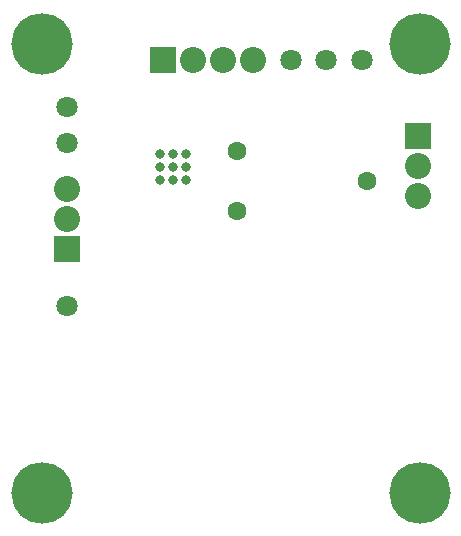
<source format=gbs>
G04 Layer_Color=16711935*
%FSLAX44Y44*%
%MOMM*%
G71*
G01*
G75*
%ADD40C,5.2032*%
%ADD41C,1.8032*%
%ADD42C,1.6032*%
%ADD43C,2.2032*%
%ADD44R,2.2032X2.2032*%
%ADD45R,2.2032X2.2032*%
%ADD46C,0.8032*%
D40*
X360000Y40000D02*
D03*
X40000D02*
D03*
X360000Y420000D02*
D03*
X40000D02*
D03*
D41*
X311000Y406000D02*
D03*
X61000Y366000D02*
D03*
X281000Y406000D02*
D03*
X61000Y336000D02*
D03*
Y198000D02*
D03*
X251000Y406000D02*
D03*
D42*
X315250Y303750D02*
D03*
X205250Y328750D02*
D03*
Y278750D02*
D03*
D43*
X193700Y406000D02*
D03*
X168300D02*
D03*
X219100D02*
D03*
X61000Y271400D02*
D03*
Y296800D02*
D03*
X359000Y291450D02*
D03*
Y316850D02*
D03*
D44*
X142900Y406000D02*
D03*
D45*
X61000Y246000D02*
D03*
X359000Y342250D02*
D03*
D46*
X151000Y316000D02*
D03*
X162000D02*
D03*
Y305000D02*
D03*
X151000D02*
D03*
X140000D02*
D03*
Y316000D02*
D03*
Y327000D02*
D03*
X151000D02*
D03*
X162000D02*
D03*
M02*

</source>
